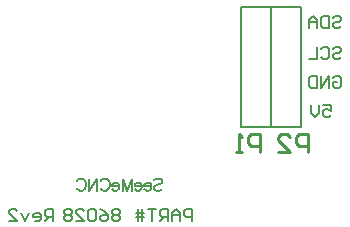
<source format=gbo>
G04 Layer_Color=32896*
%FSLAX24Y24*%
%MOIN*%
G70*
G01*
G75*
%ADD22C,0.0100*%
%ADD27C,0.0079*%
%ADD28C,0.0050*%
%ADD45C,0.0077*%
D22*
X14248Y2623D02*
Y3223D01*
X13948D01*
X13848Y3123D01*
Y2923D01*
X13948Y2823D01*
X14248D01*
X13648Y2623D02*
X13448D01*
X13548D01*
Y3223D01*
X13648Y3123D01*
X15850Y2630D02*
Y3230D01*
X15550D01*
X15450Y3130D01*
Y2930D01*
X15550Y2830D01*
X15850D01*
X14850Y2630D02*
X15250D01*
X14850Y3030D01*
Y3130D01*
X14950Y3230D01*
X15150D01*
X15250Y3130D01*
D27*
X13610Y3460D02*
X14610D01*
Y7460D01*
X13610Y3460D02*
Y7460D01*
X14610D01*
Y3457D02*
X15610D01*
Y7457D01*
X14610Y3457D02*
Y7457D01*
X15610D01*
D28*
X7350Y320D02*
Y720D01*
X7150D01*
X7083Y653D01*
Y520D01*
X7150Y453D01*
X7350D01*
X7217D02*
X7083Y320D01*
X6750D02*
X6883D01*
X6950Y387D01*
Y520D01*
X6883Y587D01*
X6750D01*
X6684Y520D01*
Y453D01*
X6950D01*
X6550Y587D02*
X6417Y320D01*
X6284Y587D01*
X5884Y320D02*
X6150D01*
X5884Y587D01*
Y653D01*
X5950Y720D01*
X6084D01*
X6150Y653D01*
X11993Y321D02*
Y721D01*
X11793D01*
X11726Y654D01*
Y521D01*
X11793Y455D01*
X11993D01*
X11593Y321D02*
Y588D01*
X11459Y721D01*
X11326Y588D01*
Y321D01*
Y521D01*
X11593D01*
X11193Y321D02*
Y721D01*
X10993D01*
X10926Y654D01*
Y521D01*
X10993Y455D01*
X11193D01*
X11059D02*
X10926Y321D01*
X10793Y721D02*
X10526D01*
X10660D01*
Y321D01*
X10326D02*
Y721D01*
X10193D02*
Y321D01*
X10393Y588D02*
X10193D01*
X10126D01*
X10393Y455D02*
X10126D01*
X9593Y654D02*
X9527Y721D01*
X9393D01*
X9327Y654D01*
Y588D01*
X9393Y521D01*
X9327Y455D01*
Y388D01*
X9393Y321D01*
X9527D01*
X9593Y388D01*
Y455D01*
X9527Y521D01*
X9593Y588D01*
Y654D01*
X9527Y521D02*
X9393D01*
X8927Y721D02*
X9060Y654D01*
X9193Y521D01*
Y388D01*
X9127Y321D01*
X8993D01*
X8927Y388D01*
Y455D01*
X8993Y521D01*
X9193D01*
X8794Y654D02*
X8727Y721D01*
X8594D01*
X8527Y654D01*
Y388D01*
X8594Y321D01*
X8727D01*
X8794Y388D01*
Y654D01*
X8127Y321D02*
X8394D01*
X8127Y588D01*
Y654D01*
X8194Y721D01*
X8327D01*
X8394Y654D01*
X7994D02*
X7927Y721D01*
X7794D01*
X7727Y654D01*
Y588D01*
X7794Y521D01*
X7727Y455D01*
Y388D01*
X7794Y321D01*
X7927D01*
X7994Y388D01*
Y455D01*
X7927Y521D01*
X7994Y588D01*
Y654D01*
X7927Y521D02*
X7794D01*
X16343Y4180D02*
X16610D01*
Y3980D01*
X16477Y4047D01*
X16410D01*
X16343Y3980D01*
Y3847D01*
X16410Y3780D01*
X16543D01*
X16610Y3847D01*
X16210Y4180D02*
Y3913D01*
X16077Y3780D01*
X15944Y3913D01*
Y4180D01*
X16683Y5083D02*
X16750Y5150D01*
X16883D01*
X16950Y5083D01*
Y4817D01*
X16883Y4750D01*
X16750D01*
X16683Y4817D01*
Y4950D01*
X16817D01*
X16550Y4750D02*
Y5150D01*
X16284Y4750D01*
Y5150D01*
X16150D02*
Y4750D01*
X15950D01*
X15884Y4817D01*
Y5083D01*
X15950Y5150D01*
X16150D01*
X16683Y7083D02*
X16750Y7150D01*
X16883D01*
X16950Y7083D01*
Y7017D01*
X16883Y6950D01*
X16750D01*
X16683Y6883D01*
Y6817D01*
X16750Y6750D01*
X16883D01*
X16950Y6817D01*
X16550Y7150D02*
Y6750D01*
X16350D01*
X16284Y6817D01*
Y7083D01*
X16350Y7150D01*
X16550D01*
X16150Y6750D02*
Y7017D01*
X16017Y7150D01*
X15884Y7017D01*
Y6750D01*
Y6950D01*
X16150D01*
X16683Y6063D02*
X16750Y6130D01*
X16883D01*
X16950Y6063D01*
Y5997D01*
X16883Y5930D01*
X16750D01*
X16683Y5863D01*
Y5797D01*
X16750Y5730D01*
X16883D01*
X16950Y5797D01*
X16284Y6063D02*
X16350Y6130D01*
X16483D01*
X16550Y6063D01*
Y5797D01*
X16483Y5730D01*
X16350D01*
X16284Y5797D01*
X16150Y6130D02*
Y5730D01*
X15884D01*
D45*
X10719Y1673D02*
X10758Y1712D01*
X10817Y1731D01*
X10895D01*
X10953Y1712D01*
X10993Y1673D01*
Y1634D01*
X10973Y1595D01*
X10953Y1575D01*
X10914Y1556D01*
X10797Y1517D01*
X10758Y1497D01*
X10739Y1477D01*
X10719Y1438D01*
Y1380D01*
X10758Y1341D01*
X10817Y1321D01*
X10895D01*
X10953Y1341D01*
X10993Y1380D01*
X10627Y1477D02*
X10393D01*
Y1517D01*
X10413Y1556D01*
X10432Y1575D01*
X10471Y1595D01*
X10530D01*
X10569Y1575D01*
X10608Y1536D01*
X10627Y1477D01*
Y1438D01*
X10608Y1380D01*
X10569Y1341D01*
X10530Y1321D01*
X10471D01*
X10432Y1341D01*
X10393Y1380D01*
X10305Y1477D02*
X10071D01*
Y1517D01*
X10090Y1556D01*
X10110Y1575D01*
X10149Y1595D01*
X10208D01*
X10247Y1575D01*
X10286Y1536D01*
X10305Y1477D01*
Y1438D01*
X10286Y1380D01*
X10247Y1341D01*
X10208Y1321D01*
X10149D01*
X10110Y1341D01*
X10071Y1380D01*
X9983Y1731D02*
Y1321D01*
Y1731D02*
X9827Y1321D01*
X9671Y1731D02*
X9827Y1321D01*
X9671Y1731D02*
Y1321D01*
X9554Y1477D02*
X9319D01*
Y1517D01*
X9339Y1556D01*
X9358Y1575D01*
X9397Y1595D01*
X9456D01*
X9495Y1575D01*
X9534Y1536D01*
X9554Y1477D01*
Y1438D01*
X9534Y1380D01*
X9495Y1341D01*
X9456Y1321D01*
X9397D01*
X9358Y1341D01*
X9319Y1380D01*
X8938Y1634D02*
X8958Y1673D01*
X8997Y1712D01*
X9036Y1731D01*
X9114D01*
X9153Y1712D01*
X9192Y1673D01*
X9212Y1634D01*
X9231Y1575D01*
Y1477D01*
X9212Y1419D01*
X9192Y1380D01*
X9153Y1341D01*
X9114Y1321D01*
X9036D01*
X8997Y1341D01*
X8958Y1380D01*
X8938Y1419D01*
X8823Y1731D02*
Y1321D01*
Y1731D02*
X8550Y1321D01*
Y1731D02*
Y1321D01*
X8144Y1634D02*
X8163Y1673D01*
X8202Y1712D01*
X8241Y1731D01*
X8320D01*
X8359Y1712D01*
X8398Y1673D01*
X8417Y1634D01*
X8437Y1575D01*
Y1477D01*
X8417Y1419D01*
X8398Y1380D01*
X8359Y1341D01*
X8320Y1321D01*
X8241D01*
X8202Y1341D01*
X8163Y1380D01*
X8144Y1419D01*
M02*

</source>
